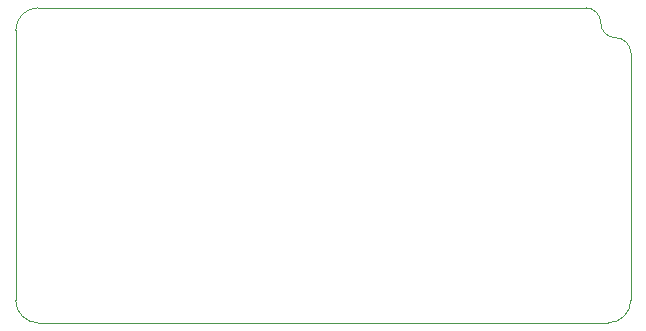
<source format=gm1>
G04 #@! TF.GenerationSoftware,KiCad,Pcbnew,(5.1.6-0-10_14)*
G04 #@! TF.CreationDate,2021-03-21T15:45:56+00:00*
G04 #@! TF.ProjectId,JuntetOnSteroidsTTGO,4a756e74-6574-44f6-9e53-7465726f6964,0.3*
G04 #@! TF.SameCoordinates,PX5faea10PY5734380*
G04 #@! TF.FileFunction,Profile,NP*
%FSLAX46Y46*%
G04 Gerber Fmt 4.6, Leading zero omitted, Abs format (unit mm)*
G04 Created by KiCad (PCBNEW (5.1.6-0-10_14)) date 2021-03-21 15:45:56*
%MOMM*%
%LPD*%
G01*
G04 APERTURE LIST*
G04 #@! TA.AperFunction,Profile*
%ADD10C,0.050000*%
G04 #@! TD*
G04 APERTURE END LIST*
D10*
X52070000Y25400000D02*
G75*
G02*
X50800000Y26670000I0J1270000D01*
G01*
X52070000Y25400000D02*
G75*
G02*
X53340000Y24130000I0J-1270000D01*
G01*
X49530000Y27940000D02*
G75*
G02*
X50800000Y26670000I0J-1270000D01*
G01*
X1270000Y26035000D02*
G75*
G02*
X3175000Y27940000I1905000J0D01*
G01*
X3175000Y1270000D02*
G75*
G02*
X1270000Y3175000I0J1905000D01*
G01*
X53340000Y3175000D02*
G75*
G02*
X51435000Y1270000I-1905000J0D01*
G01*
X53340000Y3175000D02*
X53340000Y24130000D01*
X3175000Y1270000D02*
X51435000Y1270000D01*
X1270000Y26035000D02*
X1270000Y3175000D01*
X49530000Y27940000D02*
X3175000Y27940000D01*
M02*

</source>
